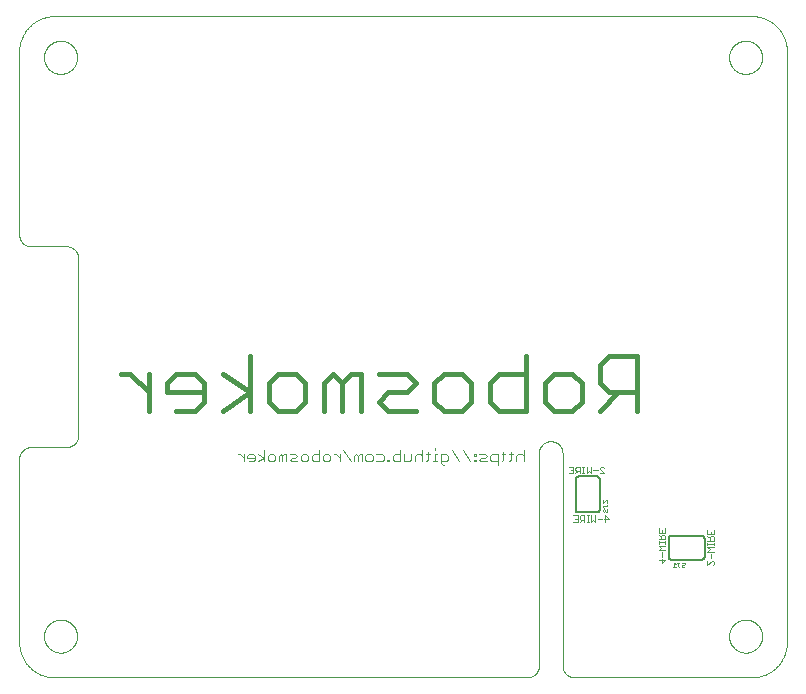
<source format=gbo>
G75*
%MOIN*%
%OFA0B0*%
%FSLAX25Y25*%
%IPPOS*%
%LPD*%
%AMOC8*
5,1,8,0,0,1.08239X$1,22.5*
%
%ADD10C,0.00000*%
%ADD11C,0.00200*%
%ADD12C,0.01600*%
%ADD13C,0.00300*%
%ADD14C,0.00600*%
%ADD15C,0.00100*%
D10*
X0002097Y0013311D02*
X0002097Y0074335D01*
X0002099Y0074459D01*
X0002105Y0074582D01*
X0002114Y0074706D01*
X0002128Y0074828D01*
X0002145Y0074951D01*
X0002167Y0075073D01*
X0002192Y0075194D01*
X0002221Y0075314D01*
X0002253Y0075433D01*
X0002290Y0075552D01*
X0002330Y0075669D01*
X0002373Y0075784D01*
X0002421Y0075899D01*
X0002472Y0076011D01*
X0002526Y0076122D01*
X0002584Y0076232D01*
X0002645Y0076339D01*
X0002710Y0076445D01*
X0002778Y0076548D01*
X0002849Y0076649D01*
X0002923Y0076748D01*
X0003000Y0076845D01*
X0003081Y0076939D01*
X0003164Y0077030D01*
X0003250Y0077119D01*
X0003339Y0077205D01*
X0003430Y0077288D01*
X0003524Y0077369D01*
X0003621Y0077446D01*
X0003720Y0077520D01*
X0003821Y0077591D01*
X0003924Y0077659D01*
X0004030Y0077724D01*
X0004137Y0077785D01*
X0004247Y0077843D01*
X0004358Y0077897D01*
X0004470Y0077948D01*
X0004585Y0077996D01*
X0004700Y0078039D01*
X0004817Y0078079D01*
X0004936Y0078116D01*
X0005055Y0078148D01*
X0005175Y0078177D01*
X0005296Y0078202D01*
X0005418Y0078224D01*
X0005541Y0078241D01*
X0005663Y0078255D01*
X0005787Y0078264D01*
X0005910Y0078270D01*
X0006034Y0078272D01*
X0017845Y0078272D01*
X0017969Y0078274D01*
X0018092Y0078280D01*
X0018216Y0078289D01*
X0018338Y0078303D01*
X0018461Y0078320D01*
X0018583Y0078342D01*
X0018704Y0078367D01*
X0018824Y0078396D01*
X0018943Y0078428D01*
X0019062Y0078465D01*
X0019179Y0078505D01*
X0019294Y0078548D01*
X0019409Y0078596D01*
X0019521Y0078647D01*
X0019632Y0078701D01*
X0019742Y0078759D01*
X0019849Y0078820D01*
X0019955Y0078885D01*
X0020058Y0078953D01*
X0020159Y0079024D01*
X0020258Y0079098D01*
X0020355Y0079175D01*
X0020449Y0079256D01*
X0020540Y0079339D01*
X0020629Y0079425D01*
X0020715Y0079514D01*
X0020798Y0079605D01*
X0020879Y0079699D01*
X0020956Y0079796D01*
X0021030Y0079895D01*
X0021101Y0079996D01*
X0021169Y0080099D01*
X0021234Y0080205D01*
X0021295Y0080312D01*
X0021353Y0080422D01*
X0021407Y0080533D01*
X0021458Y0080645D01*
X0021506Y0080760D01*
X0021549Y0080875D01*
X0021589Y0080992D01*
X0021626Y0081111D01*
X0021658Y0081230D01*
X0021687Y0081350D01*
X0021712Y0081471D01*
X0021734Y0081593D01*
X0021751Y0081716D01*
X0021765Y0081838D01*
X0021774Y0081962D01*
X0021780Y0082085D01*
X0021782Y0082209D01*
X0021782Y0141264D01*
X0021780Y0141388D01*
X0021774Y0141511D01*
X0021765Y0141635D01*
X0021751Y0141757D01*
X0021734Y0141880D01*
X0021712Y0142002D01*
X0021687Y0142123D01*
X0021658Y0142243D01*
X0021626Y0142362D01*
X0021589Y0142481D01*
X0021549Y0142598D01*
X0021506Y0142713D01*
X0021458Y0142828D01*
X0021407Y0142940D01*
X0021353Y0143051D01*
X0021295Y0143161D01*
X0021234Y0143268D01*
X0021169Y0143374D01*
X0021101Y0143477D01*
X0021030Y0143578D01*
X0020956Y0143677D01*
X0020879Y0143774D01*
X0020798Y0143868D01*
X0020715Y0143959D01*
X0020629Y0144048D01*
X0020540Y0144134D01*
X0020449Y0144217D01*
X0020355Y0144298D01*
X0020258Y0144375D01*
X0020159Y0144449D01*
X0020058Y0144520D01*
X0019955Y0144588D01*
X0019849Y0144653D01*
X0019742Y0144714D01*
X0019632Y0144772D01*
X0019521Y0144826D01*
X0019409Y0144877D01*
X0019294Y0144925D01*
X0019179Y0144968D01*
X0019062Y0145008D01*
X0018943Y0145045D01*
X0018824Y0145077D01*
X0018704Y0145106D01*
X0018583Y0145131D01*
X0018461Y0145153D01*
X0018338Y0145170D01*
X0018216Y0145184D01*
X0018092Y0145193D01*
X0017969Y0145199D01*
X0017845Y0145201D01*
X0006034Y0145201D01*
X0005910Y0145203D01*
X0005787Y0145209D01*
X0005663Y0145218D01*
X0005541Y0145232D01*
X0005418Y0145249D01*
X0005296Y0145271D01*
X0005175Y0145296D01*
X0005055Y0145325D01*
X0004936Y0145357D01*
X0004817Y0145394D01*
X0004700Y0145434D01*
X0004585Y0145477D01*
X0004470Y0145525D01*
X0004358Y0145576D01*
X0004247Y0145630D01*
X0004137Y0145688D01*
X0004030Y0145749D01*
X0003924Y0145814D01*
X0003821Y0145882D01*
X0003720Y0145953D01*
X0003621Y0146027D01*
X0003524Y0146104D01*
X0003430Y0146185D01*
X0003339Y0146268D01*
X0003250Y0146354D01*
X0003164Y0146443D01*
X0003081Y0146534D01*
X0003000Y0146628D01*
X0002923Y0146725D01*
X0002849Y0146824D01*
X0002778Y0146925D01*
X0002710Y0147028D01*
X0002645Y0147134D01*
X0002584Y0147241D01*
X0002526Y0147351D01*
X0002472Y0147462D01*
X0002421Y0147574D01*
X0002373Y0147689D01*
X0002330Y0147804D01*
X0002290Y0147921D01*
X0002253Y0148040D01*
X0002221Y0148159D01*
X0002192Y0148279D01*
X0002167Y0148400D01*
X0002145Y0148522D01*
X0002128Y0148645D01*
X0002114Y0148767D01*
X0002105Y0148891D01*
X0002099Y0149014D01*
X0002097Y0149138D01*
X0002097Y0210161D01*
X0002100Y0210446D01*
X0002111Y0210732D01*
X0002128Y0211017D01*
X0002152Y0211301D01*
X0002183Y0211585D01*
X0002221Y0211868D01*
X0002266Y0212149D01*
X0002317Y0212430D01*
X0002375Y0212710D01*
X0002440Y0212988D01*
X0002512Y0213264D01*
X0002590Y0213538D01*
X0002675Y0213811D01*
X0002767Y0214081D01*
X0002865Y0214349D01*
X0002969Y0214615D01*
X0003080Y0214878D01*
X0003197Y0215138D01*
X0003320Y0215396D01*
X0003450Y0215650D01*
X0003586Y0215901D01*
X0003727Y0216149D01*
X0003875Y0216393D01*
X0004028Y0216634D01*
X0004188Y0216870D01*
X0004353Y0217103D01*
X0004523Y0217332D01*
X0004699Y0217557D01*
X0004881Y0217777D01*
X0005067Y0217993D01*
X0005259Y0218204D01*
X0005456Y0218411D01*
X0005658Y0218613D01*
X0005865Y0218810D01*
X0006076Y0219002D01*
X0006292Y0219188D01*
X0006512Y0219370D01*
X0006737Y0219546D01*
X0006966Y0219716D01*
X0007199Y0219881D01*
X0007435Y0220041D01*
X0007676Y0220194D01*
X0007920Y0220342D01*
X0008168Y0220483D01*
X0008419Y0220619D01*
X0008673Y0220749D01*
X0008931Y0220872D01*
X0009191Y0220989D01*
X0009454Y0221100D01*
X0009720Y0221204D01*
X0009988Y0221302D01*
X0010258Y0221394D01*
X0010531Y0221479D01*
X0010805Y0221557D01*
X0011081Y0221629D01*
X0011359Y0221694D01*
X0011639Y0221752D01*
X0011920Y0221803D01*
X0012201Y0221848D01*
X0012484Y0221886D01*
X0012768Y0221917D01*
X0013052Y0221941D01*
X0013337Y0221958D01*
X0013623Y0221969D01*
X0013908Y0221972D01*
X0246192Y0221972D01*
X0246477Y0221969D01*
X0246763Y0221958D01*
X0247048Y0221941D01*
X0247332Y0221917D01*
X0247616Y0221886D01*
X0247899Y0221848D01*
X0248180Y0221803D01*
X0248461Y0221752D01*
X0248741Y0221694D01*
X0249019Y0221629D01*
X0249295Y0221557D01*
X0249569Y0221479D01*
X0249842Y0221394D01*
X0250112Y0221302D01*
X0250380Y0221204D01*
X0250646Y0221100D01*
X0250909Y0220989D01*
X0251169Y0220872D01*
X0251427Y0220749D01*
X0251681Y0220619D01*
X0251932Y0220483D01*
X0252180Y0220342D01*
X0252424Y0220194D01*
X0252665Y0220041D01*
X0252901Y0219881D01*
X0253134Y0219716D01*
X0253363Y0219546D01*
X0253588Y0219370D01*
X0253808Y0219188D01*
X0254024Y0219002D01*
X0254235Y0218810D01*
X0254442Y0218613D01*
X0254644Y0218411D01*
X0254841Y0218204D01*
X0255033Y0217993D01*
X0255219Y0217777D01*
X0255401Y0217557D01*
X0255577Y0217332D01*
X0255747Y0217103D01*
X0255912Y0216870D01*
X0256072Y0216634D01*
X0256225Y0216393D01*
X0256373Y0216149D01*
X0256514Y0215901D01*
X0256650Y0215650D01*
X0256780Y0215396D01*
X0256903Y0215138D01*
X0257020Y0214878D01*
X0257131Y0214615D01*
X0257235Y0214349D01*
X0257333Y0214081D01*
X0257425Y0213811D01*
X0257510Y0213538D01*
X0257588Y0213264D01*
X0257660Y0212988D01*
X0257725Y0212710D01*
X0257783Y0212430D01*
X0257834Y0212149D01*
X0257879Y0211868D01*
X0257917Y0211585D01*
X0257948Y0211301D01*
X0257972Y0211017D01*
X0257989Y0210732D01*
X0258000Y0210446D01*
X0258003Y0210161D01*
X0258003Y0013311D01*
X0258000Y0013026D01*
X0257989Y0012740D01*
X0257972Y0012455D01*
X0257948Y0012171D01*
X0257917Y0011887D01*
X0257879Y0011604D01*
X0257834Y0011323D01*
X0257783Y0011042D01*
X0257725Y0010762D01*
X0257660Y0010484D01*
X0257588Y0010208D01*
X0257510Y0009934D01*
X0257425Y0009661D01*
X0257333Y0009391D01*
X0257235Y0009123D01*
X0257131Y0008857D01*
X0257020Y0008594D01*
X0256903Y0008334D01*
X0256780Y0008076D01*
X0256650Y0007822D01*
X0256514Y0007571D01*
X0256373Y0007323D01*
X0256225Y0007079D01*
X0256072Y0006838D01*
X0255912Y0006602D01*
X0255747Y0006369D01*
X0255577Y0006140D01*
X0255401Y0005915D01*
X0255219Y0005695D01*
X0255033Y0005479D01*
X0254841Y0005268D01*
X0254644Y0005061D01*
X0254442Y0004859D01*
X0254235Y0004662D01*
X0254024Y0004470D01*
X0253808Y0004284D01*
X0253588Y0004102D01*
X0253363Y0003926D01*
X0253134Y0003756D01*
X0252901Y0003591D01*
X0252665Y0003431D01*
X0252424Y0003278D01*
X0252180Y0003130D01*
X0251932Y0002989D01*
X0251681Y0002853D01*
X0251427Y0002723D01*
X0251169Y0002600D01*
X0250909Y0002483D01*
X0250646Y0002372D01*
X0250380Y0002268D01*
X0250112Y0002170D01*
X0249842Y0002078D01*
X0249569Y0001993D01*
X0249295Y0001915D01*
X0249019Y0001843D01*
X0248741Y0001778D01*
X0248461Y0001720D01*
X0248180Y0001669D01*
X0247899Y0001624D01*
X0247616Y0001586D01*
X0247332Y0001555D01*
X0247048Y0001531D01*
X0246763Y0001514D01*
X0246477Y0001503D01*
X0246192Y0001500D01*
X0187137Y0001500D01*
X0187013Y0001502D01*
X0186890Y0001508D01*
X0186766Y0001517D01*
X0186644Y0001531D01*
X0186521Y0001548D01*
X0186399Y0001570D01*
X0186278Y0001595D01*
X0186158Y0001624D01*
X0186039Y0001656D01*
X0185920Y0001693D01*
X0185803Y0001733D01*
X0185688Y0001776D01*
X0185573Y0001824D01*
X0185461Y0001875D01*
X0185350Y0001929D01*
X0185240Y0001987D01*
X0185133Y0002048D01*
X0185027Y0002113D01*
X0184924Y0002181D01*
X0184823Y0002252D01*
X0184724Y0002326D01*
X0184627Y0002403D01*
X0184533Y0002484D01*
X0184442Y0002567D01*
X0184353Y0002653D01*
X0184267Y0002742D01*
X0184184Y0002833D01*
X0184103Y0002927D01*
X0184026Y0003024D01*
X0183952Y0003123D01*
X0183881Y0003224D01*
X0183813Y0003327D01*
X0183748Y0003433D01*
X0183687Y0003540D01*
X0183629Y0003650D01*
X0183575Y0003761D01*
X0183524Y0003873D01*
X0183476Y0003988D01*
X0183433Y0004103D01*
X0183393Y0004220D01*
X0183356Y0004339D01*
X0183324Y0004458D01*
X0183295Y0004578D01*
X0183270Y0004699D01*
X0183248Y0004821D01*
X0183231Y0004944D01*
X0183217Y0005066D01*
X0183208Y0005190D01*
X0183202Y0005313D01*
X0183200Y0005437D01*
X0183200Y0076303D01*
X0179263Y0080240D02*
X0179139Y0080238D01*
X0179016Y0080232D01*
X0178892Y0080223D01*
X0178770Y0080209D01*
X0178647Y0080192D01*
X0178525Y0080170D01*
X0178404Y0080145D01*
X0178284Y0080116D01*
X0178165Y0080084D01*
X0178046Y0080047D01*
X0177929Y0080007D01*
X0177814Y0079964D01*
X0177699Y0079916D01*
X0177587Y0079865D01*
X0177476Y0079811D01*
X0177366Y0079753D01*
X0177259Y0079692D01*
X0177153Y0079627D01*
X0177050Y0079559D01*
X0176949Y0079488D01*
X0176850Y0079414D01*
X0176753Y0079337D01*
X0176659Y0079256D01*
X0176568Y0079173D01*
X0176479Y0079087D01*
X0176393Y0078998D01*
X0176310Y0078907D01*
X0176229Y0078813D01*
X0176152Y0078716D01*
X0176078Y0078617D01*
X0176007Y0078516D01*
X0175939Y0078413D01*
X0175874Y0078307D01*
X0175813Y0078200D01*
X0175755Y0078090D01*
X0175701Y0077979D01*
X0175650Y0077867D01*
X0175602Y0077752D01*
X0175559Y0077637D01*
X0175519Y0077520D01*
X0175482Y0077401D01*
X0175450Y0077282D01*
X0175421Y0077162D01*
X0175396Y0077041D01*
X0175374Y0076919D01*
X0175357Y0076796D01*
X0175343Y0076674D01*
X0175334Y0076550D01*
X0175328Y0076427D01*
X0175326Y0076303D01*
X0175326Y0005437D01*
X0175324Y0005313D01*
X0175318Y0005190D01*
X0175309Y0005066D01*
X0175295Y0004944D01*
X0175278Y0004821D01*
X0175256Y0004699D01*
X0175231Y0004578D01*
X0175202Y0004458D01*
X0175170Y0004339D01*
X0175133Y0004220D01*
X0175093Y0004103D01*
X0175050Y0003988D01*
X0175002Y0003873D01*
X0174951Y0003761D01*
X0174897Y0003650D01*
X0174839Y0003540D01*
X0174778Y0003433D01*
X0174713Y0003327D01*
X0174645Y0003224D01*
X0174574Y0003123D01*
X0174500Y0003024D01*
X0174423Y0002927D01*
X0174342Y0002833D01*
X0174259Y0002742D01*
X0174173Y0002653D01*
X0174084Y0002567D01*
X0173993Y0002484D01*
X0173899Y0002403D01*
X0173802Y0002326D01*
X0173703Y0002252D01*
X0173602Y0002181D01*
X0173499Y0002113D01*
X0173393Y0002048D01*
X0173286Y0001987D01*
X0173176Y0001929D01*
X0173065Y0001875D01*
X0172953Y0001824D01*
X0172838Y0001776D01*
X0172723Y0001733D01*
X0172606Y0001693D01*
X0172487Y0001656D01*
X0172368Y0001624D01*
X0172248Y0001595D01*
X0172127Y0001570D01*
X0172005Y0001548D01*
X0171882Y0001531D01*
X0171760Y0001517D01*
X0171636Y0001508D01*
X0171513Y0001502D01*
X0171389Y0001500D01*
X0013908Y0001500D01*
X0013623Y0001503D01*
X0013337Y0001514D01*
X0013052Y0001531D01*
X0012768Y0001555D01*
X0012484Y0001586D01*
X0012201Y0001624D01*
X0011920Y0001669D01*
X0011639Y0001720D01*
X0011359Y0001778D01*
X0011081Y0001843D01*
X0010805Y0001915D01*
X0010531Y0001993D01*
X0010258Y0002078D01*
X0009988Y0002170D01*
X0009720Y0002268D01*
X0009454Y0002372D01*
X0009191Y0002483D01*
X0008931Y0002600D01*
X0008673Y0002723D01*
X0008419Y0002853D01*
X0008168Y0002989D01*
X0007920Y0003130D01*
X0007676Y0003278D01*
X0007435Y0003431D01*
X0007199Y0003591D01*
X0006966Y0003756D01*
X0006737Y0003926D01*
X0006512Y0004102D01*
X0006292Y0004284D01*
X0006076Y0004470D01*
X0005865Y0004662D01*
X0005658Y0004859D01*
X0005456Y0005061D01*
X0005259Y0005268D01*
X0005067Y0005479D01*
X0004881Y0005695D01*
X0004699Y0005915D01*
X0004523Y0006140D01*
X0004353Y0006369D01*
X0004188Y0006602D01*
X0004028Y0006838D01*
X0003875Y0007079D01*
X0003727Y0007323D01*
X0003586Y0007571D01*
X0003450Y0007822D01*
X0003320Y0008076D01*
X0003197Y0008334D01*
X0003080Y0008594D01*
X0002969Y0008857D01*
X0002865Y0009123D01*
X0002767Y0009391D01*
X0002675Y0009661D01*
X0002590Y0009934D01*
X0002512Y0010208D01*
X0002440Y0010484D01*
X0002375Y0010762D01*
X0002317Y0011042D01*
X0002266Y0011323D01*
X0002221Y0011604D01*
X0002183Y0011887D01*
X0002152Y0012171D01*
X0002128Y0012455D01*
X0002111Y0012740D01*
X0002100Y0013026D01*
X0002097Y0013311D01*
X0010365Y0015280D02*
X0010367Y0015428D01*
X0010373Y0015576D01*
X0010383Y0015724D01*
X0010397Y0015871D01*
X0010415Y0016018D01*
X0010436Y0016164D01*
X0010462Y0016310D01*
X0010492Y0016455D01*
X0010525Y0016599D01*
X0010563Y0016742D01*
X0010604Y0016884D01*
X0010649Y0017025D01*
X0010697Y0017165D01*
X0010750Y0017304D01*
X0010806Y0017441D01*
X0010866Y0017576D01*
X0010929Y0017710D01*
X0010996Y0017842D01*
X0011067Y0017972D01*
X0011141Y0018100D01*
X0011218Y0018226D01*
X0011299Y0018350D01*
X0011383Y0018472D01*
X0011470Y0018591D01*
X0011561Y0018708D01*
X0011655Y0018823D01*
X0011751Y0018935D01*
X0011851Y0019045D01*
X0011953Y0019151D01*
X0012059Y0019255D01*
X0012167Y0019356D01*
X0012278Y0019454D01*
X0012391Y0019550D01*
X0012507Y0019642D01*
X0012625Y0019731D01*
X0012746Y0019816D01*
X0012869Y0019899D01*
X0012994Y0019978D01*
X0013121Y0020054D01*
X0013250Y0020126D01*
X0013381Y0020195D01*
X0013514Y0020260D01*
X0013649Y0020321D01*
X0013785Y0020379D01*
X0013922Y0020434D01*
X0014061Y0020484D01*
X0014202Y0020531D01*
X0014343Y0020574D01*
X0014486Y0020614D01*
X0014630Y0020649D01*
X0014774Y0020681D01*
X0014920Y0020708D01*
X0015066Y0020732D01*
X0015213Y0020752D01*
X0015360Y0020768D01*
X0015507Y0020780D01*
X0015655Y0020788D01*
X0015803Y0020792D01*
X0015951Y0020792D01*
X0016099Y0020788D01*
X0016247Y0020780D01*
X0016394Y0020768D01*
X0016541Y0020752D01*
X0016688Y0020732D01*
X0016834Y0020708D01*
X0016980Y0020681D01*
X0017124Y0020649D01*
X0017268Y0020614D01*
X0017411Y0020574D01*
X0017552Y0020531D01*
X0017693Y0020484D01*
X0017832Y0020434D01*
X0017969Y0020379D01*
X0018105Y0020321D01*
X0018240Y0020260D01*
X0018373Y0020195D01*
X0018504Y0020126D01*
X0018633Y0020054D01*
X0018760Y0019978D01*
X0018885Y0019899D01*
X0019008Y0019816D01*
X0019129Y0019731D01*
X0019247Y0019642D01*
X0019363Y0019550D01*
X0019476Y0019454D01*
X0019587Y0019356D01*
X0019695Y0019255D01*
X0019801Y0019151D01*
X0019903Y0019045D01*
X0020003Y0018935D01*
X0020099Y0018823D01*
X0020193Y0018708D01*
X0020284Y0018591D01*
X0020371Y0018472D01*
X0020455Y0018350D01*
X0020536Y0018226D01*
X0020613Y0018100D01*
X0020687Y0017972D01*
X0020758Y0017842D01*
X0020825Y0017710D01*
X0020888Y0017576D01*
X0020948Y0017441D01*
X0021004Y0017304D01*
X0021057Y0017165D01*
X0021105Y0017025D01*
X0021150Y0016884D01*
X0021191Y0016742D01*
X0021229Y0016599D01*
X0021262Y0016455D01*
X0021292Y0016310D01*
X0021318Y0016164D01*
X0021339Y0016018D01*
X0021357Y0015871D01*
X0021371Y0015724D01*
X0021381Y0015576D01*
X0021387Y0015428D01*
X0021389Y0015280D01*
X0021387Y0015132D01*
X0021381Y0014984D01*
X0021371Y0014836D01*
X0021357Y0014689D01*
X0021339Y0014542D01*
X0021318Y0014396D01*
X0021292Y0014250D01*
X0021262Y0014105D01*
X0021229Y0013961D01*
X0021191Y0013818D01*
X0021150Y0013676D01*
X0021105Y0013535D01*
X0021057Y0013395D01*
X0021004Y0013256D01*
X0020948Y0013119D01*
X0020888Y0012984D01*
X0020825Y0012850D01*
X0020758Y0012718D01*
X0020687Y0012588D01*
X0020613Y0012460D01*
X0020536Y0012334D01*
X0020455Y0012210D01*
X0020371Y0012088D01*
X0020284Y0011969D01*
X0020193Y0011852D01*
X0020099Y0011737D01*
X0020003Y0011625D01*
X0019903Y0011515D01*
X0019801Y0011409D01*
X0019695Y0011305D01*
X0019587Y0011204D01*
X0019476Y0011106D01*
X0019363Y0011010D01*
X0019247Y0010918D01*
X0019129Y0010829D01*
X0019008Y0010744D01*
X0018885Y0010661D01*
X0018760Y0010582D01*
X0018633Y0010506D01*
X0018504Y0010434D01*
X0018373Y0010365D01*
X0018240Y0010300D01*
X0018105Y0010239D01*
X0017969Y0010181D01*
X0017832Y0010126D01*
X0017693Y0010076D01*
X0017552Y0010029D01*
X0017411Y0009986D01*
X0017268Y0009946D01*
X0017124Y0009911D01*
X0016980Y0009879D01*
X0016834Y0009852D01*
X0016688Y0009828D01*
X0016541Y0009808D01*
X0016394Y0009792D01*
X0016247Y0009780D01*
X0016099Y0009772D01*
X0015951Y0009768D01*
X0015803Y0009768D01*
X0015655Y0009772D01*
X0015507Y0009780D01*
X0015360Y0009792D01*
X0015213Y0009808D01*
X0015066Y0009828D01*
X0014920Y0009852D01*
X0014774Y0009879D01*
X0014630Y0009911D01*
X0014486Y0009946D01*
X0014343Y0009986D01*
X0014202Y0010029D01*
X0014061Y0010076D01*
X0013922Y0010126D01*
X0013785Y0010181D01*
X0013649Y0010239D01*
X0013514Y0010300D01*
X0013381Y0010365D01*
X0013250Y0010434D01*
X0013121Y0010506D01*
X0012994Y0010582D01*
X0012869Y0010661D01*
X0012746Y0010744D01*
X0012625Y0010829D01*
X0012507Y0010918D01*
X0012391Y0011010D01*
X0012278Y0011106D01*
X0012167Y0011204D01*
X0012059Y0011305D01*
X0011953Y0011409D01*
X0011851Y0011515D01*
X0011751Y0011625D01*
X0011655Y0011737D01*
X0011561Y0011852D01*
X0011470Y0011969D01*
X0011383Y0012088D01*
X0011299Y0012210D01*
X0011218Y0012334D01*
X0011141Y0012460D01*
X0011067Y0012588D01*
X0010996Y0012718D01*
X0010929Y0012850D01*
X0010866Y0012984D01*
X0010806Y0013119D01*
X0010750Y0013256D01*
X0010697Y0013395D01*
X0010649Y0013535D01*
X0010604Y0013676D01*
X0010563Y0013818D01*
X0010525Y0013961D01*
X0010492Y0014105D01*
X0010462Y0014250D01*
X0010436Y0014396D01*
X0010415Y0014542D01*
X0010397Y0014689D01*
X0010383Y0014836D01*
X0010373Y0014984D01*
X0010367Y0015132D01*
X0010365Y0015280D01*
X0179263Y0080240D02*
X0179387Y0080238D01*
X0179510Y0080232D01*
X0179634Y0080223D01*
X0179756Y0080209D01*
X0179879Y0080192D01*
X0180001Y0080170D01*
X0180122Y0080145D01*
X0180242Y0080116D01*
X0180361Y0080084D01*
X0180480Y0080047D01*
X0180597Y0080007D01*
X0180712Y0079964D01*
X0180827Y0079916D01*
X0180939Y0079865D01*
X0181050Y0079811D01*
X0181160Y0079753D01*
X0181267Y0079692D01*
X0181373Y0079627D01*
X0181476Y0079559D01*
X0181577Y0079488D01*
X0181676Y0079414D01*
X0181773Y0079337D01*
X0181867Y0079256D01*
X0181958Y0079173D01*
X0182047Y0079087D01*
X0182133Y0078998D01*
X0182216Y0078907D01*
X0182297Y0078813D01*
X0182374Y0078716D01*
X0182448Y0078617D01*
X0182519Y0078516D01*
X0182587Y0078413D01*
X0182652Y0078307D01*
X0182713Y0078200D01*
X0182771Y0078090D01*
X0182825Y0077979D01*
X0182876Y0077867D01*
X0182924Y0077752D01*
X0182967Y0077637D01*
X0183007Y0077520D01*
X0183044Y0077401D01*
X0183076Y0077282D01*
X0183105Y0077162D01*
X0183130Y0077041D01*
X0183152Y0076919D01*
X0183169Y0076796D01*
X0183183Y0076674D01*
X0183192Y0076550D01*
X0183198Y0076427D01*
X0183200Y0076303D01*
X0238711Y0015280D02*
X0238713Y0015428D01*
X0238719Y0015576D01*
X0238729Y0015724D01*
X0238743Y0015871D01*
X0238761Y0016018D01*
X0238782Y0016164D01*
X0238808Y0016310D01*
X0238838Y0016455D01*
X0238871Y0016599D01*
X0238909Y0016742D01*
X0238950Y0016884D01*
X0238995Y0017025D01*
X0239043Y0017165D01*
X0239096Y0017304D01*
X0239152Y0017441D01*
X0239212Y0017576D01*
X0239275Y0017710D01*
X0239342Y0017842D01*
X0239413Y0017972D01*
X0239487Y0018100D01*
X0239564Y0018226D01*
X0239645Y0018350D01*
X0239729Y0018472D01*
X0239816Y0018591D01*
X0239907Y0018708D01*
X0240001Y0018823D01*
X0240097Y0018935D01*
X0240197Y0019045D01*
X0240299Y0019151D01*
X0240405Y0019255D01*
X0240513Y0019356D01*
X0240624Y0019454D01*
X0240737Y0019550D01*
X0240853Y0019642D01*
X0240971Y0019731D01*
X0241092Y0019816D01*
X0241215Y0019899D01*
X0241340Y0019978D01*
X0241467Y0020054D01*
X0241596Y0020126D01*
X0241727Y0020195D01*
X0241860Y0020260D01*
X0241995Y0020321D01*
X0242131Y0020379D01*
X0242268Y0020434D01*
X0242407Y0020484D01*
X0242548Y0020531D01*
X0242689Y0020574D01*
X0242832Y0020614D01*
X0242976Y0020649D01*
X0243120Y0020681D01*
X0243266Y0020708D01*
X0243412Y0020732D01*
X0243559Y0020752D01*
X0243706Y0020768D01*
X0243853Y0020780D01*
X0244001Y0020788D01*
X0244149Y0020792D01*
X0244297Y0020792D01*
X0244445Y0020788D01*
X0244593Y0020780D01*
X0244740Y0020768D01*
X0244887Y0020752D01*
X0245034Y0020732D01*
X0245180Y0020708D01*
X0245326Y0020681D01*
X0245470Y0020649D01*
X0245614Y0020614D01*
X0245757Y0020574D01*
X0245898Y0020531D01*
X0246039Y0020484D01*
X0246178Y0020434D01*
X0246315Y0020379D01*
X0246451Y0020321D01*
X0246586Y0020260D01*
X0246719Y0020195D01*
X0246850Y0020126D01*
X0246979Y0020054D01*
X0247106Y0019978D01*
X0247231Y0019899D01*
X0247354Y0019816D01*
X0247475Y0019731D01*
X0247593Y0019642D01*
X0247709Y0019550D01*
X0247822Y0019454D01*
X0247933Y0019356D01*
X0248041Y0019255D01*
X0248147Y0019151D01*
X0248249Y0019045D01*
X0248349Y0018935D01*
X0248445Y0018823D01*
X0248539Y0018708D01*
X0248630Y0018591D01*
X0248717Y0018472D01*
X0248801Y0018350D01*
X0248882Y0018226D01*
X0248959Y0018100D01*
X0249033Y0017972D01*
X0249104Y0017842D01*
X0249171Y0017710D01*
X0249234Y0017576D01*
X0249294Y0017441D01*
X0249350Y0017304D01*
X0249403Y0017165D01*
X0249451Y0017025D01*
X0249496Y0016884D01*
X0249537Y0016742D01*
X0249575Y0016599D01*
X0249608Y0016455D01*
X0249638Y0016310D01*
X0249664Y0016164D01*
X0249685Y0016018D01*
X0249703Y0015871D01*
X0249717Y0015724D01*
X0249727Y0015576D01*
X0249733Y0015428D01*
X0249735Y0015280D01*
X0249733Y0015132D01*
X0249727Y0014984D01*
X0249717Y0014836D01*
X0249703Y0014689D01*
X0249685Y0014542D01*
X0249664Y0014396D01*
X0249638Y0014250D01*
X0249608Y0014105D01*
X0249575Y0013961D01*
X0249537Y0013818D01*
X0249496Y0013676D01*
X0249451Y0013535D01*
X0249403Y0013395D01*
X0249350Y0013256D01*
X0249294Y0013119D01*
X0249234Y0012984D01*
X0249171Y0012850D01*
X0249104Y0012718D01*
X0249033Y0012588D01*
X0248959Y0012460D01*
X0248882Y0012334D01*
X0248801Y0012210D01*
X0248717Y0012088D01*
X0248630Y0011969D01*
X0248539Y0011852D01*
X0248445Y0011737D01*
X0248349Y0011625D01*
X0248249Y0011515D01*
X0248147Y0011409D01*
X0248041Y0011305D01*
X0247933Y0011204D01*
X0247822Y0011106D01*
X0247709Y0011010D01*
X0247593Y0010918D01*
X0247475Y0010829D01*
X0247354Y0010744D01*
X0247231Y0010661D01*
X0247106Y0010582D01*
X0246979Y0010506D01*
X0246850Y0010434D01*
X0246719Y0010365D01*
X0246586Y0010300D01*
X0246451Y0010239D01*
X0246315Y0010181D01*
X0246178Y0010126D01*
X0246039Y0010076D01*
X0245898Y0010029D01*
X0245757Y0009986D01*
X0245614Y0009946D01*
X0245470Y0009911D01*
X0245326Y0009879D01*
X0245180Y0009852D01*
X0245034Y0009828D01*
X0244887Y0009808D01*
X0244740Y0009792D01*
X0244593Y0009780D01*
X0244445Y0009772D01*
X0244297Y0009768D01*
X0244149Y0009768D01*
X0244001Y0009772D01*
X0243853Y0009780D01*
X0243706Y0009792D01*
X0243559Y0009808D01*
X0243412Y0009828D01*
X0243266Y0009852D01*
X0243120Y0009879D01*
X0242976Y0009911D01*
X0242832Y0009946D01*
X0242689Y0009986D01*
X0242548Y0010029D01*
X0242407Y0010076D01*
X0242268Y0010126D01*
X0242131Y0010181D01*
X0241995Y0010239D01*
X0241860Y0010300D01*
X0241727Y0010365D01*
X0241596Y0010434D01*
X0241467Y0010506D01*
X0241340Y0010582D01*
X0241215Y0010661D01*
X0241092Y0010744D01*
X0240971Y0010829D01*
X0240853Y0010918D01*
X0240737Y0011010D01*
X0240624Y0011106D01*
X0240513Y0011204D01*
X0240405Y0011305D01*
X0240299Y0011409D01*
X0240197Y0011515D01*
X0240097Y0011625D01*
X0240001Y0011737D01*
X0239907Y0011852D01*
X0239816Y0011969D01*
X0239729Y0012088D01*
X0239645Y0012210D01*
X0239564Y0012334D01*
X0239487Y0012460D01*
X0239413Y0012588D01*
X0239342Y0012718D01*
X0239275Y0012850D01*
X0239212Y0012984D01*
X0239152Y0013119D01*
X0239096Y0013256D01*
X0239043Y0013395D01*
X0238995Y0013535D01*
X0238950Y0013676D01*
X0238909Y0013818D01*
X0238871Y0013961D01*
X0238838Y0014105D01*
X0238808Y0014250D01*
X0238782Y0014396D01*
X0238761Y0014542D01*
X0238743Y0014689D01*
X0238729Y0014836D01*
X0238719Y0014984D01*
X0238713Y0015132D01*
X0238711Y0015280D01*
X0238711Y0208193D02*
X0238713Y0208341D01*
X0238719Y0208489D01*
X0238729Y0208637D01*
X0238743Y0208784D01*
X0238761Y0208931D01*
X0238782Y0209077D01*
X0238808Y0209223D01*
X0238838Y0209368D01*
X0238871Y0209512D01*
X0238909Y0209655D01*
X0238950Y0209797D01*
X0238995Y0209938D01*
X0239043Y0210078D01*
X0239096Y0210217D01*
X0239152Y0210354D01*
X0239212Y0210489D01*
X0239275Y0210623D01*
X0239342Y0210755D01*
X0239413Y0210885D01*
X0239487Y0211013D01*
X0239564Y0211139D01*
X0239645Y0211263D01*
X0239729Y0211385D01*
X0239816Y0211504D01*
X0239907Y0211621D01*
X0240001Y0211736D01*
X0240097Y0211848D01*
X0240197Y0211958D01*
X0240299Y0212064D01*
X0240405Y0212168D01*
X0240513Y0212269D01*
X0240624Y0212367D01*
X0240737Y0212463D01*
X0240853Y0212555D01*
X0240971Y0212644D01*
X0241092Y0212729D01*
X0241215Y0212812D01*
X0241340Y0212891D01*
X0241467Y0212967D01*
X0241596Y0213039D01*
X0241727Y0213108D01*
X0241860Y0213173D01*
X0241995Y0213234D01*
X0242131Y0213292D01*
X0242268Y0213347D01*
X0242407Y0213397D01*
X0242548Y0213444D01*
X0242689Y0213487D01*
X0242832Y0213527D01*
X0242976Y0213562D01*
X0243120Y0213594D01*
X0243266Y0213621D01*
X0243412Y0213645D01*
X0243559Y0213665D01*
X0243706Y0213681D01*
X0243853Y0213693D01*
X0244001Y0213701D01*
X0244149Y0213705D01*
X0244297Y0213705D01*
X0244445Y0213701D01*
X0244593Y0213693D01*
X0244740Y0213681D01*
X0244887Y0213665D01*
X0245034Y0213645D01*
X0245180Y0213621D01*
X0245326Y0213594D01*
X0245470Y0213562D01*
X0245614Y0213527D01*
X0245757Y0213487D01*
X0245898Y0213444D01*
X0246039Y0213397D01*
X0246178Y0213347D01*
X0246315Y0213292D01*
X0246451Y0213234D01*
X0246586Y0213173D01*
X0246719Y0213108D01*
X0246850Y0213039D01*
X0246979Y0212967D01*
X0247106Y0212891D01*
X0247231Y0212812D01*
X0247354Y0212729D01*
X0247475Y0212644D01*
X0247593Y0212555D01*
X0247709Y0212463D01*
X0247822Y0212367D01*
X0247933Y0212269D01*
X0248041Y0212168D01*
X0248147Y0212064D01*
X0248249Y0211958D01*
X0248349Y0211848D01*
X0248445Y0211736D01*
X0248539Y0211621D01*
X0248630Y0211504D01*
X0248717Y0211385D01*
X0248801Y0211263D01*
X0248882Y0211139D01*
X0248959Y0211013D01*
X0249033Y0210885D01*
X0249104Y0210755D01*
X0249171Y0210623D01*
X0249234Y0210489D01*
X0249294Y0210354D01*
X0249350Y0210217D01*
X0249403Y0210078D01*
X0249451Y0209938D01*
X0249496Y0209797D01*
X0249537Y0209655D01*
X0249575Y0209512D01*
X0249608Y0209368D01*
X0249638Y0209223D01*
X0249664Y0209077D01*
X0249685Y0208931D01*
X0249703Y0208784D01*
X0249717Y0208637D01*
X0249727Y0208489D01*
X0249733Y0208341D01*
X0249735Y0208193D01*
X0249733Y0208045D01*
X0249727Y0207897D01*
X0249717Y0207749D01*
X0249703Y0207602D01*
X0249685Y0207455D01*
X0249664Y0207309D01*
X0249638Y0207163D01*
X0249608Y0207018D01*
X0249575Y0206874D01*
X0249537Y0206731D01*
X0249496Y0206589D01*
X0249451Y0206448D01*
X0249403Y0206308D01*
X0249350Y0206169D01*
X0249294Y0206032D01*
X0249234Y0205897D01*
X0249171Y0205763D01*
X0249104Y0205631D01*
X0249033Y0205501D01*
X0248959Y0205373D01*
X0248882Y0205247D01*
X0248801Y0205123D01*
X0248717Y0205001D01*
X0248630Y0204882D01*
X0248539Y0204765D01*
X0248445Y0204650D01*
X0248349Y0204538D01*
X0248249Y0204428D01*
X0248147Y0204322D01*
X0248041Y0204218D01*
X0247933Y0204117D01*
X0247822Y0204019D01*
X0247709Y0203923D01*
X0247593Y0203831D01*
X0247475Y0203742D01*
X0247354Y0203657D01*
X0247231Y0203574D01*
X0247106Y0203495D01*
X0246979Y0203419D01*
X0246850Y0203347D01*
X0246719Y0203278D01*
X0246586Y0203213D01*
X0246451Y0203152D01*
X0246315Y0203094D01*
X0246178Y0203039D01*
X0246039Y0202989D01*
X0245898Y0202942D01*
X0245757Y0202899D01*
X0245614Y0202859D01*
X0245470Y0202824D01*
X0245326Y0202792D01*
X0245180Y0202765D01*
X0245034Y0202741D01*
X0244887Y0202721D01*
X0244740Y0202705D01*
X0244593Y0202693D01*
X0244445Y0202685D01*
X0244297Y0202681D01*
X0244149Y0202681D01*
X0244001Y0202685D01*
X0243853Y0202693D01*
X0243706Y0202705D01*
X0243559Y0202721D01*
X0243412Y0202741D01*
X0243266Y0202765D01*
X0243120Y0202792D01*
X0242976Y0202824D01*
X0242832Y0202859D01*
X0242689Y0202899D01*
X0242548Y0202942D01*
X0242407Y0202989D01*
X0242268Y0203039D01*
X0242131Y0203094D01*
X0241995Y0203152D01*
X0241860Y0203213D01*
X0241727Y0203278D01*
X0241596Y0203347D01*
X0241467Y0203419D01*
X0241340Y0203495D01*
X0241215Y0203574D01*
X0241092Y0203657D01*
X0240971Y0203742D01*
X0240853Y0203831D01*
X0240737Y0203923D01*
X0240624Y0204019D01*
X0240513Y0204117D01*
X0240405Y0204218D01*
X0240299Y0204322D01*
X0240197Y0204428D01*
X0240097Y0204538D01*
X0240001Y0204650D01*
X0239907Y0204765D01*
X0239816Y0204882D01*
X0239729Y0205001D01*
X0239645Y0205123D01*
X0239564Y0205247D01*
X0239487Y0205373D01*
X0239413Y0205501D01*
X0239342Y0205631D01*
X0239275Y0205763D01*
X0239212Y0205897D01*
X0239152Y0206032D01*
X0239096Y0206169D01*
X0239043Y0206308D01*
X0238995Y0206448D01*
X0238950Y0206589D01*
X0238909Y0206731D01*
X0238871Y0206874D01*
X0238838Y0207018D01*
X0238808Y0207163D01*
X0238782Y0207309D01*
X0238761Y0207455D01*
X0238743Y0207602D01*
X0238729Y0207749D01*
X0238719Y0207897D01*
X0238713Y0208045D01*
X0238711Y0208193D01*
X0010365Y0208193D02*
X0010367Y0208341D01*
X0010373Y0208489D01*
X0010383Y0208637D01*
X0010397Y0208784D01*
X0010415Y0208931D01*
X0010436Y0209077D01*
X0010462Y0209223D01*
X0010492Y0209368D01*
X0010525Y0209512D01*
X0010563Y0209655D01*
X0010604Y0209797D01*
X0010649Y0209938D01*
X0010697Y0210078D01*
X0010750Y0210217D01*
X0010806Y0210354D01*
X0010866Y0210489D01*
X0010929Y0210623D01*
X0010996Y0210755D01*
X0011067Y0210885D01*
X0011141Y0211013D01*
X0011218Y0211139D01*
X0011299Y0211263D01*
X0011383Y0211385D01*
X0011470Y0211504D01*
X0011561Y0211621D01*
X0011655Y0211736D01*
X0011751Y0211848D01*
X0011851Y0211958D01*
X0011953Y0212064D01*
X0012059Y0212168D01*
X0012167Y0212269D01*
X0012278Y0212367D01*
X0012391Y0212463D01*
X0012507Y0212555D01*
X0012625Y0212644D01*
X0012746Y0212729D01*
X0012869Y0212812D01*
X0012994Y0212891D01*
X0013121Y0212967D01*
X0013250Y0213039D01*
X0013381Y0213108D01*
X0013514Y0213173D01*
X0013649Y0213234D01*
X0013785Y0213292D01*
X0013922Y0213347D01*
X0014061Y0213397D01*
X0014202Y0213444D01*
X0014343Y0213487D01*
X0014486Y0213527D01*
X0014630Y0213562D01*
X0014774Y0213594D01*
X0014920Y0213621D01*
X0015066Y0213645D01*
X0015213Y0213665D01*
X0015360Y0213681D01*
X0015507Y0213693D01*
X0015655Y0213701D01*
X0015803Y0213705D01*
X0015951Y0213705D01*
X0016099Y0213701D01*
X0016247Y0213693D01*
X0016394Y0213681D01*
X0016541Y0213665D01*
X0016688Y0213645D01*
X0016834Y0213621D01*
X0016980Y0213594D01*
X0017124Y0213562D01*
X0017268Y0213527D01*
X0017411Y0213487D01*
X0017552Y0213444D01*
X0017693Y0213397D01*
X0017832Y0213347D01*
X0017969Y0213292D01*
X0018105Y0213234D01*
X0018240Y0213173D01*
X0018373Y0213108D01*
X0018504Y0213039D01*
X0018633Y0212967D01*
X0018760Y0212891D01*
X0018885Y0212812D01*
X0019008Y0212729D01*
X0019129Y0212644D01*
X0019247Y0212555D01*
X0019363Y0212463D01*
X0019476Y0212367D01*
X0019587Y0212269D01*
X0019695Y0212168D01*
X0019801Y0212064D01*
X0019903Y0211958D01*
X0020003Y0211848D01*
X0020099Y0211736D01*
X0020193Y0211621D01*
X0020284Y0211504D01*
X0020371Y0211385D01*
X0020455Y0211263D01*
X0020536Y0211139D01*
X0020613Y0211013D01*
X0020687Y0210885D01*
X0020758Y0210755D01*
X0020825Y0210623D01*
X0020888Y0210489D01*
X0020948Y0210354D01*
X0021004Y0210217D01*
X0021057Y0210078D01*
X0021105Y0209938D01*
X0021150Y0209797D01*
X0021191Y0209655D01*
X0021229Y0209512D01*
X0021262Y0209368D01*
X0021292Y0209223D01*
X0021318Y0209077D01*
X0021339Y0208931D01*
X0021357Y0208784D01*
X0021371Y0208637D01*
X0021381Y0208489D01*
X0021387Y0208341D01*
X0021389Y0208193D01*
X0021387Y0208045D01*
X0021381Y0207897D01*
X0021371Y0207749D01*
X0021357Y0207602D01*
X0021339Y0207455D01*
X0021318Y0207309D01*
X0021292Y0207163D01*
X0021262Y0207018D01*
X0021229Y0206874D01*
X0021191Y0206731D01*
X0021150Y0206589D01*
X0021105Y0206448D01*
X0021057Y0206308D01*
X0021004Y0206169D01*
X0020948Y0206032D01*
X0020888Y0205897D01*
X0020825Y0205763D01*
X0020758Y0205631D01*
X0020687Y0205501D01*
X0020613Y0205373D01*
X0020536Y0205247D01*
X0020455Y0205123D01*
X0020371Y0205001D01*
X0020284Y0204882D01*
X0020193Y0204765D01*
X0020099Y0204650D01*
X0020003Y0204538D01*
X0019903Y0204428D01*
X0019801Y0204322D01*
X0019695Y0204218D01*
X0019587Y0204117D01*
X0019476Y0204019D01*
X0019363Y0203923D01*
X0019247Y0203831D01*
X0019129Y0203742D01*
X0019008Y0203657D01*
X0018885Y0203574D01*
X0018760Y0203495D01*
X0018633Y0203419D01*
X0018504Y0203347D01*
X0018373Y0203278D01*
X0018240Y0203213D01*
X0018105Y0203152D01*
X0017969Y0203094D01*
X0017832Y0203039D01*
X0017693Y0202989D01*
X0017552Y0202942D01*
X0017411Y0202899D01*
X0017268Y0202859D01*
X0017124Y0202824D01*
X0016980Y0202792D01*
X0016834Y0202765D01*
X0016688Y0202741D01*
X0016541Y0202721D01*
X0016394Y0202705D01*
X0016247Y0202693D01*
X0016099Y0202685D01*
X0015951Y0202681D01*
X0015803Y0202681D01*
X0015655Y0202685D01*
X0015507Y0202693D01*
X0015360Y0202705D01*
X0015213Y0202721D01*
X0015066Y0202741D01*
X0014920Y0202765D01*
X0014774Y0202792D01*
X0014630Y0202824D01*
X0014486Y0202859D01*
X0014343Y0202899D01*
X0014202Y0202942D01*
X0014061Y0202989D01*
X0013922Y0203039D01*
X0013785Y0203094D01*
X0013649Y0203152D01*
X0013514Y0203213D01*
X0013381Y0203278D01*
X0013250Y0203347D01*
X0013121Y0203419D01*
X0012994Y0203495D01*
X0012869Y0203574D01*
X0012746Y0203657D01*
X0012625Y0203742D01*
X0012507Y0203831D01*
X0012391Y0203923D01*
X0012278Y0204019D01*
X0012167Y0204117D01*
X0012059Y0204218D01*
X0011953Y0204322D01*
X0011851Y0204428D01*
X0011751Y0204538D01*
X0011655Y0204650D01*
X0011561Y0204765D01*
X0011470Y0204882D01*
X0011383Y0205001D01*
X0011299Y0205123D01*
X0011218Y0205247D01*
X0011141Y0205373D01*
X0011067Y0205501D01*
X0010996Y0205631D01*
X0010929Y0205763D01*
X0010866Y0205897D01*
X0010806Y0206032D01*
X0010750Y0206169D01*
X0010697Y0206308D01*
X0010649Y0206448D01*
X0010604Y0206589D01*
X0010563Y0206731D01*
X0010525Y0206874D01*
X0010492Y0207018D01*
X0010462Y0207163D01*
X0010436Y0207309D01*
X0010415Y0207455D01*
X0010397Y0207602D01*
X0010383Y0207749D01*
X0010373Y0207897D01*
X0010367Y0208045D01*
X0010365Y0208193D01*
D11*
X0185318Y0071776D02*
X0186786Y0071776D01*
X0186786Y0069574D01*
X0185318Y0069574D01*
X0186052Y0070675D02*
X0186786Y0070675D01*
X0187528Y0070675D02*
X0187895Y0070308D01*
X0188996Y0070308D01*
X0188996Y0069574D02*
X0188996Y0071776D01*
X0187895Y0071776D01*
X0187528Y0071409D01*
X0187528Y0070675D01*
X0188262Y0070308D02*
X0187528Y0069574D01*
X0189735Y0069574D02*
X0190469Y0069574D01*
X0190102Y0069574D02*
X0190102Y0071776D01*
X0190469Y0071776D02*
X0189735Y0071776D01*
X0191211Y0071776D02*
X0191211Y0069574D01*
X0191945Y0070308D01*
X0192679Y0069574D01*
X0192679Y0071776D01*
X0193421Y0070675D02*
X0194889Y0070675D01*
X0195631Y0071042D02*
X0197099Y0069574D01*
X0195631Y0069574D01*
X0195631Y0071042D02*
X0195631Y0071409D01*
X0195998Y0071776D01*
X0196732Y0071776D01*
X0197099Y0071409D01*
X0197474Y0055536D02*
X0198575Y0054435D01*
X0197107Y0054435D01*
X0196365Y0054435D02*
X0194897Y0054435D01*
X0194155Y0055536D02*
X0194155Y0053334D01*
X0193421Y0054068D01*
X0192687Y0053334D01*
X0192687Y0055536D01*
X0191945Y0055536D02*
X0191211Y0055536D01*
X0191578Y0055536D02*
X0191578Y0053334D01*
X0191945Y0053334D02*
X0191211Y0053334D01*
X0190472Y0053334D02*
X0190472Y0055536D01*
X0189371Y0055536D01*
X0189004Y0055169D01*
X0189004Y0054435D01*
X0189371Y0054068D01*
X0190472Y0054068D01*
X0189738Y0054068D02*
X0189004Y0053334D01*
X0188262Y0053334D02*
X0186794Y0053334D01*
X0187528Y0054435D02*
X0188262Y0054435D01*
X0188262Y0055536D02*
X0188262Y0053334D01*
X0188262Y0055536D02*
X0186794Y0055536D01*
X0197474Y0055536D02*
X0197474Y0053334D01*
X0215288Y0051274D02*
X0215288Y0049806D01*
X0217490Y0049806D01*
X0217490Y0051274D01*
X0216389Y0050540D02*
X0216389Y0049806D01*
X0216389Y0049065D02*
X0216022Y0048698D01*
X0216022Y0047597D01*
X0216022Y0048331D02*
X0215288Y0049065D01*
X0216389Y0049065D02*
X0217123Y0049065D01*
X0217490Y0048698D01*
X0217490Y0047597D01*
X0215288Y0047597D01*
X0215288Y0046857D02*
X0215288Y0046123D01*
X0215288Y0046490D02*
X0217490Y0046490D01*
X0217490Y0046123D02*
X0217490Y0046857D01*
X0217490Y0045381D02*
X0215288Y0045381D01*
X0216022Y0044647D01*
X0215288Y0043913D01*
X0217490Y0043913D01*
X0216389Y0043171D02*
X0216389Y0041704D01*
X0216389Y0040962D02*
X0216389Y0039494D01*
X0217490Y0040595D01*
X0215288Y0040595D01*
X0231528Y0040469D02*
X0231528Y0039002D01*
X0232996Y0040469D01*
X0233363Y0040469D01*
X0233730Y0040103D01*
X0233730Y0039369D01*
X0233363Y0039002D01*
X0232629Y0041211D02*
X0232629Y0042679D01*
X0233730Y0043421D02*
X0231528Y0043421D01*
X0232262Y0044155D01*
X0231528Y0044889D01*
X0233730Y0044889D01*
X0233730Y0045631D02*
X0233730Y0046365D01*
X0233730Y0045998D02*
X0231528Y0045998D01*
X0231528Y0045631D02*
X0231528Y0046365D01*
X0231528Y0047104D02*
X0233730Y0047104D01*
X0233730Y0048205D01*
X0233363Y0048572D01*
X0232629Y0048572D01*
X0232262Y0048205D01*
X0232262Y0047104D01*
X0232262Y0047838D02*
X0231528Y0048572D01*
X0231528Y0049314D02*
X0231528Y0050782D01*
X0232629Y0050048D02*
X0232629Y0049314D01*
X0233730Y0049314D02*
X0231528Y0049314D01*
X0233730Y0049314D02*
X0233730Y0050782D01*
D12*
X0207990Y0090391D02*
X0207990Y0108806D01*
X0198782Y0108806D01*
X0195713Y0105737D01*
X0195713Y0099598D01*
X0198782Y0096529D01*
X0207990Y0096529D01*
X0201852Y0096529D02*
X0195713Y0090391D01*
X0189574Y0093460D02*
X0186505Y0090391D01*
X0180367Y0090391D01*
X0177297Y0093460D01*
X0177297Y0099598D01*
X0180367Y0102668D01*
X0186505Y0102668D01*
X0189574Y0099598D01*
X0189574Y0093460D01*
X0171159Y0090391D02*
X0171159Y0108806D01*
X0171159Y0102668D02*
X0161951Y0102668D01*
X0158882Y0099598D01*
X0158882Y0093460D01*
X0161951Y0090391D01*
X0171159Y0090391D01*
X0152743Y0093460D02*
X0149674Y0090391D01*
X0143535Y0090391D01*
X0140466Y0093460D01*
X0140466Y0099598D01*
X0143535Y0102668D01*
X0149674Y0102668D01*
X0152743Y0099598D01*
X0152743Y0093460D01*
X0134327Y0090391D02*
X0125119Y0090391D01*
X0122050Y0093460D01*
X0125119Y0096529D01*
X0131258Y0096529D01*
X0134327Y0099598D01*
X0131258Y0102668D01*
X0122050Y0102668D01*
X0115911Y0102668D02*
X0112842Y0102668D01*
X0109773Y0099598D01*
X0106704Y0102668D01*
X0103634Y0099598D01*
X0103634Y0090391D01*
X0097496Y0093460D02*
X0094426Y0090391D01*
X0088288Y0090391D01*
X0085219Y0093460D01*
X0085219Y0099598D01*
X0088288Y0102668D01*
X0094426Y0102668D01*
X0097496Y0099598D01*
X0097496Y0093460D01*
X0109773Y0090391D02*
X0109773Y0099598D01*
X0115911Y0102668D02*
X0115911Y0090391D01*
X0079080Y0090391D02*
X0079080Y0108806D01*
X0069872Y0102668D02*
X0079080Y0096529D01*
X0069872Y0090391D01*
X0063734Y0093460D02*
X0063734Y0099598D01*
X0060664Y0102668D01*
X0054526Y0102668D01*
X0051456Y0099598D01*
X0051456Y0096529D01*
X0063734Y0096529D01*
X0063734Y0093460D02*
X0060664Y0090391D01*
X0054526Y0090391D01*
X0045318Y0090391D02*
X0045318Y0102668D01*
X0039179Y0102668D02*
X0036110Y0102668D01*
X0039179Y0102668D02*
X0045318Y0096529D01*
D13*
X0075096Y0075969D02*
X0075714Y0075969D01*
X0076948Y0074735D01*
X0078162Y0074735D02*
X0080631Y0074735D01*
X0080631Y0075352D02*
X0080014Y0075969D01*
X0078780Y0075969D01*
X0078162Y0075352D01*
X0078162Y0074735D01*
X0078780Y0073500D02*
X0080014Y0073500D01*
X0080631Y0074118D01*
X0080631Y0075352D01*
X0081849Y0075969D02*
X0083700Y0074735D01*
X0081849Y0073500D01*
X0083700Y0073500D02*
X0083700Y0077204D01*
X0085532Y0075969D02*
X0086766Y0075969D01*
X0087384Y0075352D01*
X0087384Y0074118D01*
X0086766Y0073500D01*
X0085532Y0073500D01*
X0084915Y0074118D01*
X0084915Y0075352D01*
X0085532Y0075969D01*
X0088598Y0075352D02*
X0088598Y0073500D01*
X0089832Y0073500D02*
X0089832Y0075352D01*
X0089215Y0075969D01*
X0088598Y0075352D01*
X0089832Y0075352D02*
X0090450Y0075969D01*
X0091067Y0075969D01*
X0091067Y0073500D01*
X0092281Y0074118D02*
X0092898Y0074735D01*
X0094133Y0074735D01*
X0094750Y0075352D01*
X0094133Y0075969D01*
X0092281Y0075969D01*
X0092281Y0074118D02*
X0092898Y0073500D01*
X0094750Y0073500D01*
X0095964Y0074118D02*
X0095964Y0075352D01*
X0096581Y0075969D01*
X0097816Y0075969D01*
X0098433Y0075352D01*
X0098433Y0074118D01*
X0097816Y0073500D01*
X0096581Y0073500D01*
X0095964Y0074118D01*
X0099647Y0074118D02*
X0099647Y0075352D01*
X0100265Y0075969D01*
X0102116Y0075969D01*
X0102116Y0077204D02*
X0102116Y0073500D01*
X0100265Y0073500D01*
X0099647Y0074118D01*
X0103331Y0074118D02*
X0103331Y0075352D01*
X0103948Y0075969D01*
X0105182Y0075969D01*
X0105799Y0075352D01*
X0105799Y0074118D01*
X0105182Y0073500D01*
X0103948Y0073500D01*
X0103331Y0074118D01*
X0107017Y0075969D02*
X0107634Y0075969D01*
X0108869Y0074735D01*
X0108869Y0075969D02*
X0108869Y0073500D01*
X0112552Y0073500D02*
X0110083Y0077204D01*
X0113766Y0075352D02*
X0113766Y0073500D01*
X0115001Y0073500D02*
X0115001Y0075352D01*
X0114383Y0075969D01*
X0113766Y0075352D01*
X0115001Y0075352D02*
X0115618Y0075969D01*
X0116235Y0075969D01*
X0116235Y0073500D01*
X0117449Y0074118D02*
X0117449Y0075352D01*
X0118066Y0075969D01*
X0119301Y0075969D01*
X0119918Y0075352D01*
X0119918Y0074118D01*
X0119301Y0073500D01*
X0118066Y0073500D01*
X0117449Y0074118D01*
X0121132Y0073500D02*
X0122984Y0073500D01*
X0123601Y0074118D01*
X0123601Y0075352D01*
X0122984Y0075969D01*
X0121132Y0075969D01*
X0124826Y0074118D02*
X0124826Y0073500D01*
X0125443Y0073500D01*
X0125443Y0074118D01*
X0124826Y0074118D01*
X0126657Y0074118D02*
X0126657Y0075352D01*
X0127274Y0075969D01*
X0129126Y0075969D01*
X0130340Y0075969D02*
X0130340Y0073500D01*
X0132192Y0073500D01*
X0132809Y0074118D01*
X0132809Y0075969D01*
X0134023Y0075352D02*
X0134023Y0073500D01*
X0134023Y0075352D02*
X0134641Y0075969D01*
X0135875Y0075969D01*
X0136492Y0075352D01*
X0137713Y0075969D02*
X0138948Y0075969D01*
X0138330Y0076586D02*
X0138330Y0074118D01*
X0137713Y0073500D01*
X0136492Y0073500D02*
X0136492Y0077204D01*
X0140786Y0077204D02*
X0140786Y0077821D01*
X0140786Y0075969D02*
X0140786Y0073500D01*
X0141403Y0073500D02*
X0140169Y0073500D01*
X0142617Y0073500D02*
X0144469Y0073500D01*
X0145086Y0074118D01*
X0145086Y0075352D01*
X0144469Y0075969D01*
X0142617Y0075969D01*
X0142617Y0072883D01*
X0143235Y0072266D01*
X0143852Y0072266D01*
X0141403Y0075969D02*
X0140786Y0075969D01*
X0146301Y0077204D02*
X0148769Y0073500D01*
X0152452Y0073500D02*
X0149984Y0077204D01*
X0153677Y0075969D02*
X0153677Y0075352D01*
X0154294Y0075352D01*
X0154294Y0075969D01*
X0153677Y0075969D01*
X0155508Y0075969D02*
X0157360Y0075969D01*
X0157977Y0075352D01*
X0157360Y0074735D01*
X0156126Y0074735D01*
X0155508Y0074118D01*
X0156126Y0073500D01*
X0157977Y0073500D01*
X0159192Y0074118D02*
X0159192Y0075352D01*
X0159809Y0075969D01*
X0161660Y0075969D01*
X0161660Y0072266D01*
X0161660Y0073500D02*
X0159809Y0073500D01*
X0159192Y0074118D01*
X0162881Y0073500D02*
X0163499Y0074118D01*
X0163499Y0076586D01*
X0164116Y0075969D02*
X0162881Y0075969D01*
X0165337Y0075969D02*
X0166571Y0075969D01*
X0165954Y0076586D02*
X0165954Y0074118D01*
X0165337Y0073500D01*
X0167786Y0073500D02*
X0167786Y0075352D01*
X0168403Y0075969D01*
X0169637Y0075969D01*
X0170254Y0075352D01*
X0170254Y0077204D02*
X0170254Y0073500D01*
X0154294Y0073500D02*
X0154294Y0074118D01*
X0153677Y0074118D01*
X0153677Y0073500D01*
X0154294Y0073500D01*
X0129126Y0073500D02*
X0127274Y0073500D01*
X0126657Y0074118D01*
X0129126Y0073500D02*
X0129126Y0077204D01*
X0076948Y0075969D02*
X0076948Y0073500D01*
D14*
X0187566Y0067524D02*
X0187566Y0057524D01*
X0187568Y0057464D01*
X0187573Y0057403D01*
X0187582Y0057344D01*
X0187595Y0057285D01*
X0187611Y0057226D01*
X0187631Y0057169D01*
X0187654Y0057114D01*
X0187681Y0057059D01*
X0187710Y0057007D01*
X0187743Y0056956D01*
X0187779Y0056907D01*
X0187817Y0056861D01*
X0187859Y0056817D01*
X0187903Y0056775D01*
X0187949Y0056737D01*
X0187998Y0056701D01*
X0188049Y0056668D01*
X0188101Y0056639D01*
X0188156Y0056612D01*
X0188211Y0056589D01*
X0188268Y0056569D01*
X0188327Y0056553D01*
X0188386Y0056540D01*
X0188445Y0056531D01*
X0188506Y0056526D01*
X0188566Y0056524D01*
X0194566Y0056524D01*
X0194626Y0056526D01*
X0194687Y0056531D01*
X0194746Y0056540D01*
X0194805Y0056553D01*
X0194864Y0056569D01*
X0194921Y0056589D01*
X0194976Y0056612D01*
X0195031Y0056639D01*
X0195083Y0056668D01*
X0195134Y0056701D01*
X0195183Y0056737D01*
X0195229Y0056775D01*
X0195273Y0056817D01*
X0195315Y0056861D01*
X0195353Y0056907D01*
X0195389Y0056956D01*
X0195422Y0057007D01*
X0195451Y0057059D01*
X0195478Y0057114D01*
X0195501Y0057169D01*
X0195521Y0057226D01*
X0195537Y0057285D01*
X0195550Y0057344D01*
X0195559Y0057403D01*
X0195564Y0057464D01*
X0195566Y0057524D01*
X0195566Y0067524D01*
X0195564Y0067584D01*
X0195559Y0067645D01*
X0195550Y0067704D01*
X0195537Y0067763D01*
X0195521Y0067822D01*
X0195501Y0067879D01*
X0195478Y0067934D01*
X0195451Y0067989D01*
X0195422Y0068041D01*
X0195389Y0068092D01*
X0195353Y0068141D01*
X0195315Y0068187D01*
X0195273Y0068231D01*
X0195229Y0068273D01*
X0195183Y0068311D01*
X0195134Y0068347D01*
X0195083Y0068380D01*
X0195031Y0068409D01*
X0194976Y0068436D01*
X0194921Y0068459D01*
X0194864Y0068479D01*
X0194805Y0068495D01*
X0194746Y0068508D01*
X0194687Y0068517D01*
X0194626Y0068522D01*
X0194566Y0068524D01*
X0188566Y0068524D01*
X0188506Y0068522D01*
X0188445Y0068517D01*
X0188386Y0068508D01*
X0188327Y0068495D01*
X0188268Y0068479D01*
X0188211Y0068459D01*
X0188156Y0068436D01*
X0188101Y0068409D01*
X0188049Y0068380D01*
X0187998Y0068347D01*
X0187949Y0068311D01*
X0187903Y0068273D01*
X0187859Y0068231D01*
X0187817Y0068187D01*
X0187779Y0068141D01*
X0187743Y0068092D01*
X0187710Y0068041D01*
X0187681Y0067989D01*
X0187654Y0067934D01*
X0187631Y0067879D01*
X0187611Y0067822D01*
X0187595Y0067763D01*
X0187582Y0067704D01*
X0187573Y0067645D01*
X0187568Y0067584D01*
X0187566Y0067524D01*
X0218538Y0047807D02*
X0218538Y0041807D01*
X0218540Y0041747D01*
X0218545Y0041686D01*
X0218554Y0041627D01*
X0218567Y0041568D01*
X0218583Y0041509D01*
X0218603Y0041452D01*
X0218626Y0041397D01*
X0218653Y0041342D01*
X0218682Y0041290D01*
X0218715Y0041239D01*
X0218751Y0041190D01*
X0218789Y0041144D01*
X0218831Y0041100D01*
X0218875Y0041058D01*
X0218921Y0041020D01*
X0218970Y0040984D01*
X0219021Y0040951D01*
X0219073Y0040922D01*
X0219128Y0040895D01*
X0219183Y0040872D01*
X0219240Y0040852D01*
X0219299Y0040836D01*
X0219358Y0040823D01*
X0219417Y0040814D01*
X0219478Y0040809D01*
X0219538Y0040807D01*
X0229538Y0040807D01*
X0229598Y0040809D01*
X0229659Y0040814D01*
X0229718Y0040823D01*
X0229777Y0040836D01*
X0229836Y0040852D01*
X0229893Y0040872D01*
X0229948Y0040895D01*
X0230003Y0040922D01*
X0230055Y0040951D01*
X0230106Y0040984D01*
X0230155Y0041020D01*
X0230201Y0041058D01*
X0230245Y0041100D01*
X0230287Y0041144D01*
X0230325Y0041190D01*
X0230361Y0041239D01*
X0230394Y0041290D01*
X0230423Y0041342D01*
X0230450Y0041397D01*
X0230473Y0041452D01*
X0230493Y0041509D01*
X0230509Y0041568D01*
X0230522Y0041627D01*
X0230531Y0041686D01*
X0230536Y0041747D01*
X0230538Y0041807D01*
X0230538Y0047807D01*
X0230536Y0047867D01*
X0230531Y0047928D01*
X0230522Y0047987D01*
X0230509Y0048046D01*
X0230493Y0048105D01*
X0230473Y0048162D01*
X0230450Y0048217D01*
X0230423Y0048272D01*
X0230394Y0048324D01*
X0230361Y0048375D01*
X0230325Y0048424D01*
X0230287Y0048470D01*
X0230245Y0048514D01*
X0230201Y0048556D01*
X0230155Y0048594D01*
X0230106Y0048630D01*
X0230055Y0048663D01*
X0230003Y0048692D01*
X0229948Y0048719D01*
X0229893Y0048742D01*
X0229836Y0048762D01*
X0229777Y0048778D01*
X0229718Y0048791D01*
X0229659Y0048800D01*
X0229598Y0048805D01*
X0229538Y0048807D01*
X0219538Y0048807D01*
X0219478Y0048805D01*
X0219417Y0048800D01*
X0219358Y0048791D01*
X0219299Y0048778D01*
X0219240Y0048762D01*
X0219183Y0048742D01*
X0219128Y0048719D01*
X0219073Y0048692D01*
X0219021Y0048663D01*
X0218970Y0048630D01*
X0218921Y0048594D01*
X0218875Y0048556D01*
X0218831Y0048514D01*
X0218789Y0048470D01*
X0218751Y0048424D01*
X0218715Y0048375D01*
X0218682Y0048324D01*
X0218653Y0048272D01*
X0218626Y0048217D01*
X0218603Y0048162D01*
X0218583Y0048105D01*
X0218567Y0048046D01*
X0218554Y0047987D01*
X0218545Y0047928D01*
X0218540Y0047867D01*
X0218538Y0047807D01*
D15*
X0220461Y0039758D02*
X0220461Y0038257D01*
X0220961Y0038257D02*
X0219961Y0038257D01*
X0220961Y0039258D02*
X0220461Y0039758D01*
X0221434Y0039758D02*
X0221934Y0039758D01*
X0221684Y0039758D02*
X0221684Y0038507D01*
X0221934Y0038257D01*
X0222184Y0038257D01*
X0222435Y0038507D01*
X0222907Y0038507D02*
X0223157Y0038257D01*
X0223658Y0038257D01*
X0223908Y0038507D01*
X0223658Y0039008D02*
X0223908Y0039258D01*
X0223908Y0039508D01*
X0223658Y0039758D01*
X0223157Y0039758D01*
X0222907Y0039508D01*
X0223157Y0039008D02*
X0222907Y0038758D01*
X0222907Y0038507D01*
X0223157Y0039008D02*
X0223658Y0039008D01*
X0198117Y0056840D02*
X0197867Y0056589D01*
X0197617Y0056589D01*
X0197366Y0056840D01*
X0197366Y0057340D01*
X0197116Y0057590D01*
X0196866Y0057590D01*
X0196616Y0057340D01*
X0196616Y0056840D01*
X0196866Y0056589D01*
X0198117Y0056840D02*
X0198117Y0057340D01*
X0197867Y0057590D01*
X0198117Y0058563D02*
X0198117Y0059063D01*
X0198117Y0058813D02*
X0196866Y0058813D01*
X0196616Y0058563D01*
X0196616Y0058313D01*
X0196866Y0058063D01*
X0196616Y0059536D02*
X0197617Y0060537D01*
X0197867Y0060537D01*
X0198117Y0060287D01*
X0198117Y0059786D01*
X0197867Y0059536D01*
X0196616Y0059536D02*
X0196616Y0060537D01*
M02*

</source>
